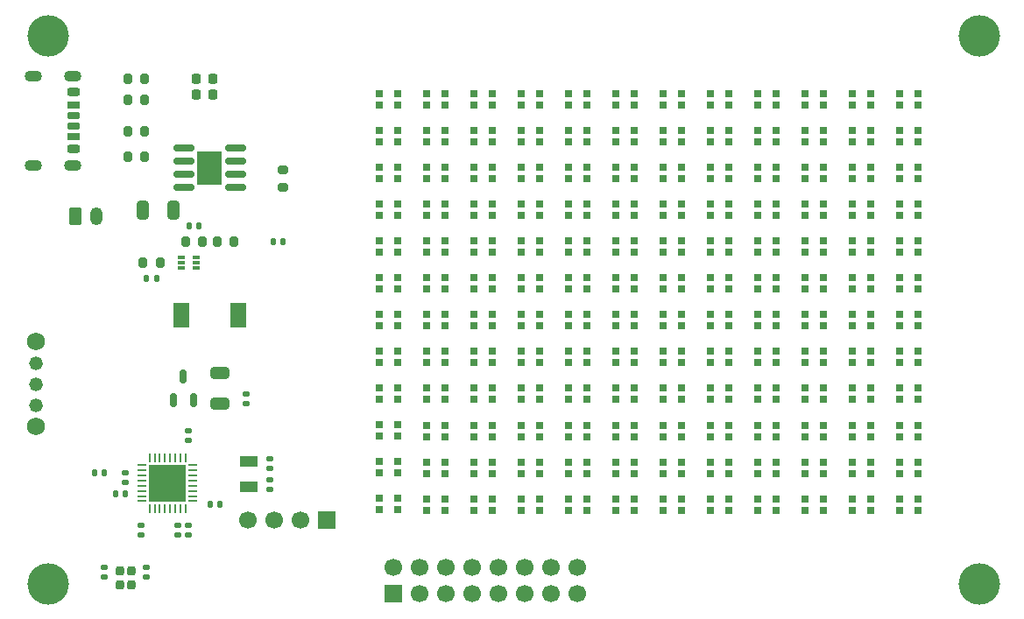
<source format=gbr>
%TF.GenerationSoftware,KiCad,Pcbnew,9.0.4*%
%TF.CreationDate,2026-01-26T21:10:16+09:00*%
%TF.ProjectId,BLE_LED_Dongle,424c455f-4c45-4445-9f44-6f6e676c652e,rev?*%
%TF.SameCoordinates,Original*%
%TF.FileFunction,Soldermask,Top*%
%TF.FilePolarity,Negative*%
%FSLAX46Y46*%
G04 Gerber Fmt 4.6, Leading zero omitted, Abs format (unit mm)*
G04 Created by KiCad (PCBNEW 9.0.4) date 2026-01-26 21:10:16*
%MOMM*%
%LPD*%
G01*
G04 APERTURE LIST*
G04 Aperture macros list*
%AMRoundRect*
0 Rectangle with rounded corners*
0 $1 Rounding radius*
0 $2 $3 $4 $5 $6 $7 $8 $9 X,Y pos of 4 corners*
0 Add a 4 corners polygon primitive as box body*
4,1,4,$2,$3,$4,$5,$6,$7,$8,$9,$2,$3,0*
0 Add four circle primitives for the rounded corners*
1,1,$1+$1,$2,$3*
1,1,$1+$1,$4,$5*
1,1,$1+$1,$6,$7*
1,1,$1+$1,$8,$9*
0 Add four rect primitives between the rounded corners*
20,1,$1+$1,$2,$3,$4,$5,0*
20,1,$1+$1,$4,$5,$6,$7,0*
20,1,$1+$1,$6,$7,$8,$9,0*
20,1,$1+$1,$8,$9,$2,$3,0*%
G04 Aperture macros list end*
%ADD10C,4.000000*%
%ADD11R,0.670001X0.299999*%
%ADD12R,1.700000X1.700000*%
%ADD13C,1.700000*%
%ADD14R,0.700000X0.700000*%
%ADD15RoundRect,0.140000X-0.170000X0.140000X-0.170000X-0.140000X0.170000X-0.140000X0.170000X0.140000X0*%
%ADD16RoundRect,0.147500X-0.147500X-0.172500X0.147500X-0.172500X0.147500X0.172500X-0.147500X0.172500X0*%
%ADD17RoundRect,0.200000X0.200000X0.275000X-0.200000X0.275000X-0.200000X-0.275000X0.200000X-0.275000X0*%
%ADD18RoundRect,0.140000X0.170000X-0.140000X0.170000X0.140000X-0.170000X0.140000X-0.170000X-0.140000X0*%
%ADD19RoundRect,0.140000X0.140000X0.170000X-0.140000X0.170000X-0.140000X-0.170000X0.140000X-0.170000X0*%
%ADD20RoundRect,0.140000X-0.140000X-0.170000X0.140000X-0.170000X0.140000X0.170000X-0.140000X0.170000X0*%
%ADD21R,1.500000X2.400000*%
%ADD22RoundRect,0.200000X-0.200000X-0.275000X0.200000X-0.275000X0.200000X0.275000X-0.200000X0.275000X0*%
%ADD23R,1.800000X1.000000*%
%ADD24RoundRect,0.150000X0.150000X-0.512500X0.150000X0.512500X-0.150000X0.512500X-0.150000X-0.512500X0*%
%ADD25RoundRect,0.250000X-0.350000X-0.625000X0.350000X-0.625000X0.350000X0.625000X-0.350000X0.625000X0*%
%ADD26O,1.200000X1.750000*%
%ADD27RoundRect,0.175000X-0.425000X0.175000X-0.425000X-0.175000X0.425000X-0.175000X0.425000X0.175000X0*%
%ADD28RoundRect,0.190000X0.410000X-0.190000X0.410000X0.190000X-0.410000X0.190000X-0.410000X-0.190000X0*%
%ADD29RoundRect,0.200000X0.400000X-0.200000X0.400000X0.200000X-0.400000X0.200000X-0.400000X-0.200000X0*%
%ADD30RoundRect,0.175000X0.425000X-0.175000X0.425000X0.175000X-0.425000X0.175000X-0.425000X-0.175000X0*%
%ADD31RoundRect,0.190000X-0.410000X0.190000X-0.410000X-0.190000X0.410000X-0.190000X0.410000X0.190000X0*%
%ADD32RoundRect,0.200000X-0.400000X0.200000X-0.400000X-0.200000X0.400000X-0.200000X0.400000X0.200000X0*%
%ADD33O,1.700000X1.100000*%
%ADD34RoundRect,0.218750X-0.218750X-0.256250X0.218750X-0.256250X0.218750X0.256250X-0.218750X0.256250X0*%
%ADD35RoundRect,0.250000X-0.650000X0.325000X-0.650000X-0.325000X0.650000X-0.325000X0.650000X0.325000X0*%
%ADD36RoundRect,0.250000X0.325000X0.650000X-0.325000X0.650000X-0.325000X-0.650000X0.325000X-0.650000X0*%
%ADD37RoundRect,0.200000X-0.275000X0.200000X-0.275000X-0.200000X0.275000X-0.200000X0.275000X0.200000X0*%
%ADD38RoundRect,0.200000X-0.200000X0.250000X-0.200000X-0.250000X0.200000X-0.250000X0.200000X0.250000X0*%
%ADD39RoundRect,0.062500X0.337500X0.062500X-0.337500X0.062500X-0.337500X-0.062500X0.337500X-0.062500X0*%
%ADD40RoundRect,0.062500X0.062500X0.337500X-0.062500X0.337500X-0.062500X-0.337500X0.062500X-0.337500X0*%
%ADD41R,3.600000X3.600000*%
%ADD42RoundRect,0.150000X0.825000X0.150000X-0.825000X0.150000X-0.825000X-0.150000X0.825000X-0.150000X0*%
%ADD43R,2.410000X3.300000*%
%ADD44C,1.320800*%
%ADD45C,1.752600*%
G04 APERTURE END LIST*
D10*
%TO.C,REF\u002A\u002A*%
X186000000Y-76000000D03*
%TD*%
%TO.C,REF\u002A\u002A*%
X186000000Y-23000000D03*
%TD*%
%TO.C,REF\u002A\u002A*%
X96000000Y-76000000D03*
%TD*%
%TO.C,REF\u002A\u002A*%
X96000000Y-23000000D03*
%TD*%
D11*
%TO.C,U2*%
X108839188Y-44446798D03*
X108839188Y-44946797D03*
X108839188Y-45446799D03*
X110319190Y-45446799D03*
X110319190Y-44946797D03*
X110319190Y-44446798D03*
%TD*%
D12*
%TO.C,J2*%
X129391189Y-76950800D03*
D13*
X129391189Y-74410800D03*
X131931189Y-76950800D03*
X131931189Y-74410800D03*
X134471189Y-76950800D03*
X134471189Y-74410800D03*
X137011189Y-76950800D03*
X137011189Y-74410800D03*
X139551189Y-76950800D03*
X139551189Y-74410800D03*
X142091189Y-76950800D03*
X142091189Y-74410800D03*
X144631189Y-76950800D03*
X144631189Y-74410800D03*
X147171189Y-76950800D03*
X147171189Y-74410800D03*
%TD*%
D14*
%TO.C,D36*%
X138942189Y-68892800D03*
X138942189Y-67792800D03*
X137112189Y-67792800D03*
X137112189Y-68892800D03*
%TD*%
%TO.C,D11*%
X129798189Y-65302800D03*
X129798189Y-64202800D03*
X127968189Y-64202800D03*
X127968189Y-65302800D03*
%TD*%
%TO.C,D107*%
X166374189Y-65342800D03*
X166374189Y-64242800D03*
X164544189Y-64242800D03*
X164544189Y-65342800D03*
%TD*%
%TO.C,D120*%
X170946189Y-68892800D03*
X170946189Y-67792800D03*
X169116189Y-67792800D03*
X169116189Y-68892800D03*
%TD*%
%TO.C,D70*%
X152658189Y-61792800D03*
X152658189Y-60692800D03*
X150828189Y-60692800D03*
X150828189Y-61792800D03*
%TD*%
%TO.C,D119*%
X170946189Y-65342800D03*
X170946189Y-64242800D03*
X169116189Y-64242800D03*
X169116189Y-65342800D03*
%TD*%
%TO.C,D84*%
X157230189Y-68892800D03*
X157230189Y-67792800D03*
X155400189Y-67792800D03*
X155400189Y-68892800D03*
%TD*%
%TO.C,D142*%
X180090189Y-61792800D03*
X180090189Y-60692800D03*
X178260189Y-60692800D03*
X178260189Y-61792800D03*
%TD*%
%TO.C,D58*%
X148086189Y-61792800D03*
X148086189Y-60692800D03*
X146256189Y-60692800D03*
X146256189Y-61792800D03*
%TD*%
%TO.C,D46*%
X143514189Y-61798800D03*
X143514189Y-60698800D03*
X141684189Y-60698800D03*
X141684189Y-61798800D03*
%TD*%
%TO.C,D72*%
X152658189Y-68892800D03*
X152658189Y-67792800D03*
X150828189Y-67792800D03*
X150828189Y-68892800D03*
%TD*%
%TO.C,D82*%
X157230189Y-61792800D03*
X157230189Y-60692800D03*
X155400189Y-60692800D03*
X155400189Y-61792800D03*
%TD*%
%TO.C,D130*%
X175518189Y-61792800D03*
X175518189Y-60692800D03*
X173688189Y-60692800D03*
X173688189Y-61792800D03*
%TD*%
%TO.C,D10*%
X129798189Y-61752800D03*
X129798189Y-60652800D03*
X127968189Y-60652800D03*
X127968189Y-61752800D03*
%TD*%
%TO.C,D95*%
X161802189Y-65342800D03*
X161802189Y-64242800D03*
X159972189Y-64242800D03*
X159972189Y-65342800D03*
%TD*%
%TO.C,D132*%
X175518189Y-68892800D03*
X175518189Y-67792800D03*
X173688189Y-67792800D03*
X173688189Y-68892800D03*
%TD*%
%TO.C,D71*%
X152658189Y-65342800D03*
X152658189Y-64242800D03*
X150828189Y-64242800D03*
X150828189Y-65342800D03*
%TD*%
%TO.C,D108*%
X166374189Y-68892800D03*
X166374189Y-67792800D03*
X164544189Y-67792800D03*
X164544189Y-68892800D03*
%TD*%
%TO.C,D23*%
X134370189Y-65342800D03*
X134370189Y-64242800D03*
X132540189Y-64242800D03*
X132540189Y-65342800D03*
%TD*%
%TO.C,D22*%
X134370189Y-61792800D03*
X134370189Y-60692800D03*
X132540189Y-60692800D03*
X132540189Y-61792800D03*
%TD*%
%TO.C,D35*%
X138942189Y-65342800D03*
X138942189Y-64242800D03*
X137112189Y-64242800D03*
X137112189Y-65342800D03*
%TD*%
%TO.C,D118*%
X170946189Y-61792800D03*
X170946189Y-60692800D03*
X169116189Y-60692800D03*
X169116189Y-61792800D03*
%TD*%
%TO.C,D9*%
X127968189Y-58156800D03*
X127968189Y-57056800D03*
X129798189Y-57056800D03*
X129798189Y-58156800D03*
%TD*%
%TO.C,D12*%
X129798189Y-68852800D03*
X129798189Y-67752800D03*
X127968189Y-67752800D03*
X127968189Y-68852800D03*
%TD*%
%TO.C,D48*%
X143514189Y-68898800D03*
X143514189Y-67798800D03*
X141684189Y-67798800D03*
X141684189Y-68898800D03*
%TD*%
%TO.C,D34*%
X138942189Y-61792800D03*
X138942189Y-60692800D03*
X137112189Y-60692800D03*
X137112189Y-61792800D03*
%TD*%
%TO.C,D83*%
X157230189Y-65342800D03*
X157230189Y-64242800D03*
X155400189Y-64242800D03*
X155400189Y-65342800D03*
%TD*%
%TO.C,D94*%
X161802189Y-61792800D03*
X161802189Y-60692800D03*
X159972189Y-60692800D03*
X159972189Y-61792800D03*
%TD*%
%TO.C,D96*%
X161802189Y-68892800D03*
X161802189Y-67792800D03*
X159972189Y-67792800D03*
X159972189Y-68892800D03*
%TD*%
%TO.C,D60*%
X148086189Y-68892800D03*
X148086189Y-67792800D03*
X146256189Y-67792800D03*
X146256189Y-68892800D03*
%TD*%
%TO.C,D47*%
X143514189Y-65348800D03*
X143514189Y-64248800D03*
X141684189Y-64248800D03*
X141684189Y-65348800D03*
%TD*%
%TO.C,D131*%
X175518189Y-65342800D03*
X175518189Y-64242800D03*
X173688189Y-64242800D03*
X173688189Y-65342800D03*
%TD*%
%TO.C,D59*%
X148086189Y-65342800D03*
X148086189Y-64242800D03*
X146256189Y-64242800D03*
X146256189Y-65342800D03*
%TD*%
%TO.C,D106*%
X166374189Y-61792800D03*
X166374189Y-60692800D03*
X164544189Y-60692800D03*
X164544189Y-61792800D03*
%TD*%
%TO.C,D24*%
X134370189Y-68892800D03*
X134370189Y-67792800D03*
X132540189Y-67792800D03*
X132540189Y-68892800D03*
%TD*%
%TO.C,D143*%
X180090189Y-65342800D03*
X180090189Y-64242800D03*
X178260189Y-64242800D03*
X178260189Y-65342800D03*
%TD*%
%TO.C,D144*%
X180090189Y-68892800D03*
X180090189Y-67792800D03*
X178260189Y-67792800D03*
X178260189Y-68892800D03*
%TD*%
%TO.C,D8*%
X129798189Y-54606800D03*
X129798189Y-53506800D03*
X127968189Y-53506800D03*
X127968189Y-54606800D03*
%TD*%
D15*
%TO.C,C3*%
X117453189Y-63897800D03*
X117453189Y-64857800D03*
%TD*%
D14*
%TO.C,D114*%
X170946189Y-47528800D03*
X170946189Y-46428800D03*
X169116189Y-46428800D03*
X169116189Y-47528800D03*
%TD*%
%TO.C,D42*%
X143514189Y-47528800D03*
X143514189Y-46428800D03*
X141684189Y-46428800D03*
X141684189Y-47528800D03*
%TD*%
%TO.C,D133*%
X180090189Y-29760800D03*
X180090189Y-28660800D03*
X178260189Y-28660800D03*
X178260189Y-29760800D03*
%TD*%
%TO.C,D54*%
X148086189Y-47528800D03*
X148086189Y-46428800D03*
X146256189Y-46428800D03*
X146256189Y-47528800D03*
%TD*%
D15*
%TO.C,C9*%
X105007189Y-70374800D03*
X105007189Y-71334800D03*
%TD*%
D14*
%TO.C,D40*%
X143514189Y-40428800D03*
X143514189Y-39328800D03*
X141684189Y-39328800D03*
X141684189Y-40428800D03*
%TD*%
%TO.C,D43*%
X143514189Y-51102800D03*
X143514189Y-50002800D03*
X141684189Y-50002800D03*
X141684189Y-51102800D03*
%TD*%
%TO.C,D113*%
X170946189Y-43978800D03*
X170946189Y-42878800D03*
X169116189Y-42878800D03*
X169116189Y-43978800D03*
%TD*%
%TO.C,D5*%
X129798189Y-43938800D03*
X129798189Y-42838800D03*
X127968189Y-42838800D03*
X127968189Y-43938800D03*
%TD*%
%TO.C,D69*%
X152658189Y-58196800D03*
X152658189Y-57096800D03*
X150828189Y-57096800D03*
X150828189Y-58196800D03*
%TD*%
%TO.C,D31*%
X138942189Y-51096800D03*
X138942189Y-49996800D03*
X137112189Y-49996800D03*
X137112189Y-51096800D03*
%TD*%
%TO.C,D112*%
X170946189Y-40428800D03*
X170946189Y-39328800D03*
X169116189Y-39328800D03*
X169116189Y-40428800D03*
%TD*%
%TO.C,D39*%
X143514189Y-36860800D03*
X143514189Y-35760800D03*
X141684189Y-35760800D03*
X141684189Y-36860800D03*
%TD*%
%TO.C,D135*%
X180090189Y-36860800D03*
X180090189Y-35760800D03*
X178260189Y-35760800D03*
X178260189Y-36860800D03*
%TD*%
%TO.C,D18*%
X134370189Y-47528800D03*
X134370189Y-46428800D03*
X132540189Y-46428800D03*
X132540189Y-47528800D03*
%TD*%
%TO.C,D15*%
X134370189Y-36860800D03*
X134370189Y-35760800D03*
X132540189Y-35760800D03*
X132540189Y-36860800D03*
%TD*%
%TO.C,D14*%
X134370189Y-33310800D03*
X134370189Y-32210800D03*
X132540189Y-32210800D03*
X132540189Y-33310800D03*
%TD*%
D15*
%TO.C,C2*%
X105515189Y-74438800D03*
X105515189Y-75398800D03*
%TD*%
D14*
%TO.C,D98*%
X166374189Y-33310800D03*
X166374189Y-32210800D03*
X164544189Y-32210800D03*
X164544189Y-33310800D03*
%TD*%
%TO.C,D103*%
X166374189Y-51096800D03*
X166374189Y-49996800D03*
X164544189Y-49996800D03*
X164544189Y-51096800D03*
%TD*%
%TO.C,D115*%
X170946189Y-51096800D03*
X170946189Y-49996800D03*
X169116189Y-49996800D03*
X169116189Y-51096800D03*
%TD*%
D16*
%TO.C,L1*%
X100458189Y-65266800D03*
X101428189Y-65266800D03*
%TD*%
D14*
%TO.C,D26*%
X138942189Y-33310800D03*
X138942189Y-32210800D03*
X137112189Y-32210800D03*
X137112189Y-33310800D03*
%TD*%
D15*
%TO.C,C11*%
X103483189Y-65294800D03*
X103483189Y-66254800D03*
%TD*%
D14*
%TO.C,D77*%
X157230189Y-43978800D03*
X157230189Y-42878800D03*
X155400189Y-42878800D03*
X155400189Y-43978800D03*
%TD*%
%TO.C,D124*%
X175518189Y-40428800D03*
X175518189Y-39328800D03*
X173688189Y-39328800D03*
X173688189Y-40428800D03*
%TD*%
%TO.C,D66*%
X152658189Y-47528800D03*
X152658189Y-46428800D03*
X150828189Y-46428800D03*
X150828189Y-47528800D03*
%TD*%
D17*
%TO.C,R5*%
X106820189Y-44946800D03*
X105170189Y-44946800D03*
%TD*%
D14*
%TO.C,D99*%
X166374189Y-36860800D03*
X166374189Y-35760800D03*
X164544189Y-35760800D03*
X164544189Y-36860800D03*
%TD*%
%TO.C,D44*%
X143514189Y-54652800D03*
X143514189Y-53552800D03*
X141684189Y-53552800D03*
X141684189Y-54652800D03*
%TD*%
%TO.C,D61*%
X152658189Y-29760800D03*
X152658189Y-28660800D03*
X150828189Y-28660800D03*
X150828189Y-29760800D03*
%TD*%
D15*
%TO.C,C15*%
X115167189Y-57674800D03*
X115167189Y-58634800D03*
%TD*%
D18*
%TO.C,C8*%
X109579189Y-62190800D03*
X109579189Y-61230800D03*
%TD*%
D19*
%TO.C,C6*%
X103455189Y-67298800D03*
X102495189Y-67298800D03*
%TD*%
D14*
%TO.C,D37*%
X143514189Y-29760800D03*
X143514189Y-28660800D03*
X141684189Y-28660800D03*
X141684189Y-29760800D03*
%TD*%
D20*
%TO.C,C14*%
X117735189Y-42914800D03*
X118695189Y-42914800D03*
%TD*%
D14*
%TO.C,D125*%
X175518189Y-43978800D03*
X175518189Y-42878800D03*
X173688189Y-42878800D03*
X173688189Y-43978800D03*
%TD*%
%TO.C,D57*%
X148086189Y-58196800D03*
X148086189Y-57096800D03*
X146256189Y-57096800D03*
X146256189Y-58196800D03*
%TD*%
D21*
%TO.C,L2*%
X108861189Y-50026800D03*
X114361189Y-50026800D03*
%TD*%
D22*
%TO.C,R7*%
X103674189Y-27166800D03*
X105324189Y-27166800D03*
%TD*%
D15*
%TO.C,C10*%
X109579189Y-70374800D03*
X109579189Y-71334800D03*
%TD*%
D14*
%TO.C,D85*%
X161802189Y-29760800D03*
X161802189Y-28660800D03*
X159972189Y-28660800D03*
X159972189Y-29760800D03*
%TD*%
%TO.C,D91*%
X161802189Y-51096800D03*
X161802189Y-49996800D03*
X159972189Y-49996800D03*
X159972189Y-51096800D03*
%TD*%
%TO.C,D134*%
X180090189Y-33310800D03*
X180090189Y-32210800D03*
X178260189Y-32210800D03*
X178260189Y-33310800D03*
%TD*%
%TO.C,D3*%
X129798189Y-36820800D03*
X129798189Y-35720800D03*
X127968189Y-35720800D03*
X127968189Y-36820800D03*
%TD*%
D23*
%TO.C,Y1*%
X115421189Y-64143800D03*
X115421189Y-66643800D03*
%TD*%
D14*
%TO.C,D50*%
X148086189Y-33310800D03*
X148086189Y-32210800D03*
X146256189Y-32210800D03*
X146256189Y-33310800D03*
%TD*%
%TO.C,D6*%
X129798189Y-47488800D03*
X129798189Y-46388800D03*
X127968189Y-46388800D03*
X127968189Y-47488800D03*
%TD*%
%TO.C,D76*%
X157230189Y-40428800D03*
X157230189Y-39328800D03*
X155400189Y-39328800D03*
X155400189Y-40428800D03*
%TD*%
%TO.C,D74*%
X157230189Y-33310800D03*
X157230189Y-32210800D03*
X155400189Y-32210800D03*
X155400189Y-33310800D03*
%TD*%
D24*
%TO.C,U4*%
X108121189Y-58276300D03*
X110021189Y-58276300D03*
X109071189Y-56001300D03*
%TD*%
D14*
%TO.C,D1*%
X129798189Y-29720800D03*
X129798189Y-28620800D03*
X127968189Y-28620800D03*
X127968189Y-29720800D03*
%TD*%
%TO.C,D89*%
X161802189Y-43978800D03*
X161802189Y-42878800D03*
X159972189Y-42878800D03*
X159972189Y-43978800D03*
%TD*%
%TO.C,D109*%
X170946189Y-29760800D03*
X170946189Y-28660800D03*
X169116189Y-28660800D03*
X169116189Y-29760800D03*
%TD*%
D25*
%TO.C,BT1*%
X98657189Y-40501800D03*
D26*
X100657189Y-40501800D03*
%TD*%
D14*
%TO.C,D78*%
X157230189Y-47528800D03*
X157230189Y-46428800D03*
X155400189Y-46428800D03*
X155400189Y-47528800D03*
%TD*%
D27*
%TO.C,J3*%
X98435189Y-30730800D03*
D28*
X98435189Y-32750800D03*
D29*
X98435189Y-33980800D03*
D30*
X98435189Y-31730800D03*
D31*
X98435189Y-29710800D03*
D32*
X98435189Y-28480800D03*
D33*
X98355189Y-26910800D03*
X94555189Y-26910800D03*
X98355189Y-35550800D03*
X94555189Y-35550800D03*
%TD*%
D14*
%TO.C,D16*%
X134370189Y-40428800D03*
X134370189Y-39328800D03*
X132540189Y-39328800D03*
X132540189Y-40428800D03*
%TD*%
D17*
%TO.C,R3*%
X105324189Y-32246800D03*
X103674189Y-32246800D03*
%TD*%
D14*
%TO.C,D136*%
X180090189Y-40428800D03*
X180090189Y-39328800D03*
X178260189Y-39328800D03*
X178260189Y-40428800D03*
%TD*%
%TO.C,D92*%
X161802189Y-54646800D03*
X161802189Y-53546800D03*
X159972189Y-53546800D03*
X159972189Y-54646800D03*
%TD*%
%TO.C,D80*%
X157230189Y-54652800D03*
X157230189Y-53552800D03*
X155400189Y-53552800D03*
X155400189Y-54652800D03*
%TD*%
%TO.C,D105*%
X166374189Y-58196800D03*
X166374189Y-57096800D03*
X164544189Y-57096800D03*
X164544189Y-58196800D03*
%TD*%
%TO.C,D88*%
X161802189Y-40428800D03*
X161802189Y-39328800D03*
X159972189Y-39328800D03*
X159972189Y-40428800D03*
%TD*%
D20*
%TO.C,C5*%
X111639189Y-68314800D03*
X112599189Y-68314800D03*
%TD*%
D15*
%TO.C,C7*%
X108563189Y-70374800D03*
X108563189Y-71334800D03*
%TD*%
D17*
%TO.C,R1*%
X110912189Y-42914800D03*
X109262189Y-42914800D03*
%TD*%
D14*
%TO.C,D127*%
X175518189Y-51096800D03*
X175518189Y-49996800D03*
X173688189Y-49996800D03*
X173688189Y-51096800D03*
%TD*%
%TO.C,D111*%
X170946189Y-36860800D03*
X170946189Y-35760800D03*
X169116189Y-35760800D03*
X169116189Y-36860800D03*
%TD*%
%TO.C,D75*%
X157230189Y-36860800D03*
X157230189Y-35760800D03*
X155400189Y-35760800D03*
X155400189Y-36860800D03*
%TD*%
%TO.C,D123*%
X175518189Y-36860800D03*
X175518189Y-35760800D03*
X173688189Y-35760800D03*
X173688189Y-36860800D03*
%TD*%
D20*
%TO.C,C12*%
X105515189Y-46470800D03*
X106475189Y-46470800D03*
%TD*%
D14*
%TO.C,D4*%
X129798189Y-40388800D03*
X129798189Y-39288800D03*
X127968189Y-39288800D03*
X127968189Y-40388800D03*
%TD*%
%TO.C,D141*%
X180090189Y-58196800D03*
X180090189Y-57096800D03*
X178260189Y-57096800D03*
X178260189Y-58196800D03*
%TD*%
%TO.C,D33*%
X138942189Y-58196800D03*
X138942189Y-57096800D03*
X137112189Y-57096800D03*
X137112189Y-58196800D03*
%TD*%
D17*
%TO.C,R4*%
X113960189Y-42914800D03*
X112310189Y-42914800D03*
%TD*%
D14*
%TO.C,D19*%
X134370189Y-51056800D03*
X134370189Y-49956800D03*
X132540189Y-49956800D03*
X132540189Y-51056800D03*
%TD*%
%TO.C,D126*%
X175518189Y-47528800D03*
X175518189Y-46428800D03*
X173688189Y-46428800D03*
X173688189Y-47528800D03*
%TD*%
D34*
%TO.C,D146*%
X110315689Y-27166800D03*
X111890689Y-27166800D03*
%TD*%
D14*
%TO.C,D138*%
X180090189Y-47528800D03*
X180090189Y-46428800D03*
X178260189Y-46428800D03*
X178260189Y-47528800D03*
%TD*%
%TO.C,D62*%
X152658189Y-33310800D03*
X152658189Y-32210800D03*
X150828189Y-32210800D03*
X150828189Y-33310800D03*
%TD*%
%TO.C,D137*%
X180090189Y-43978800D03*
X180090189Y-42878800D03*
X178260189Y-42878800D03*
X178260189Y-43978800D03*
%TD*%
%TO.C,D2*%
X129798189Y-33270800D03*
X129798189Y-32170800D03*
X127968189Y-32170800D03*
X127968189Y-33270800D03*
%TD*%
%TO.C,D29*%
X138942189Y-43978800D03*
X138942189Y-42878800D03*
X137112189Y-42878800D03*
X137112189Y-43978800D03*
%TD*%
%TO.C,D13*%
X134370189Y-29760800D03*
X134370189Y-28660800D03*
X132540189Y-28660800D03*
X132540189Y-29760800D03*
%TD*%
%TO.C,D100*%
X166374189Y-40428800D03*
X166374189Y-39328800D03*
X164544189Y-39328800D03*
X164544189Y-40428800D03*
%TD*%
%TO.C,D41*%
X143514189Y-43978800D03*
X143514189Y-42878800D03*
X141684189Y-42878800D03*
X141684189Y-43978800D03*
%TD*%
%TO.C,D87*%
X161802189Y-36860800D03*
X161802189Y-35760800D03*
X159972189Y-35760800D03*
X159972189Y-36860800D03*
%TD*%
%TO.C,D67*%
X152658189Y-51096800D03*
X152658189Y-49996800D03*
X150828189Y-49996800D03*
X150828189Y-51096800D03*
%TD*%
%TO.C,D17*%
X134370189Y-43978800D03*
X134370189Y-42878800D03*
X132540189Y-42878800D03*
X132540189Y-43978800D03*
%TD*%
%TO.C,D97*%
X166374189Y-29760800D03*
X166374189Y-28660800D03*
X164544189Y-28660800D03*
X164544189Y-29760800D03*
%TD*%
D35*
%TO.C,C16*%
X112627189Y-55663800D03*
X112627189Y-58613800D03*
%TD*%
D34*
%TO.C,D145*%
X110315689Y-28690800D03*
X111890689Y-28690800D03*
%TD*%
D18*
%TO.C,C4*%
X117453189Y-66889800D03*
X117453189Y-65929800D03*
%TD*%
D14*
%TO.C,D140*%
X180090189Y-54646800D03*
X180090189Y-53546800D03*
X178260189Y-53546800D03*
X178260189Y-54646800D03*
%TD*%
D19*
%TO.C,C13*%
X110567189Y-41390800D03*
X109607189Y-41390800D03*
%TD*%
D14*
%TO.C,D7*%
X129798189Y-51056800D03*
X129798189Y-49956800D03*
X127968189Y-49956800D03*
X127968189Y-51056800D03*
%TD*%
D36*
%TO.C,C17*%
X108084189Y-39866800D03*
X105134189Y-39866800D03*
%TD*%
D37*
%TO.C,R10*%
X118723189Y-35993800D03*
X118723189Y-37643800D03*
%TD*%
D14*
%TO.C,D45*%
X143514189Y-58202800D03*
X143514189Y-57102800D03*
X141684189Y-57102800D03*
X141684189Y-58202800D03*
%TD*%
%TO.C,D117*%
X170946189Y-58196800D03*
X170946189Y-57096800D03*
X169116189Y-57096800D03*
X169116189Y-58196800D03*
%TD*%
%TO.C,D79*%
X157230189Y-51102800D03*
X157230189Y-50002800D03*
X155400189Y-50002800D03*
X155400189Y-51102800D03*
%TD*%
%TO.C,D21*%
X134370189Y-58156800D03*
X134370189Y-57056800D03*
X132540189Y-57056800D03*
X132540189Y-58156800D03*
%TD*%
%TO.C,D122*%
X175518189Y-33310800D03*
X175518189Y-32210800D03*
X173688189Y-32210800D03*
X173688189Y-33310800D03*
%TD*%
%TO.C,D68*%
X152658189Y-54646800D03*
X152658189Y-53546800D03*
X150828189Y-53546800D03*
X150828189Y-54646800D03*
%TD*%
%TO.C,D90*%
X161802189Y-47528800D03*
X161802189Y-46428800D03*
X159972189Y-46428800D03*
X159972189Y-47528800D03*
%TD*%
D15*
%TO.C,C1*%
X101451189Y-74438800D03*
X101451189Y-75398800D03*
%TD*%
D14*
%TO.C,D101*%
X166374189Y-43978800D03*
X166374189Y-42878800D03*
X164544189Y-42878800D03*
X164544189Y-43978800D03*
%TD*%
%TO.C,D53*%
X148086189Y-43978800D03*
X148086189Y-42878800D03*
X146256189Y-42878800D03*
X146256189Y-43978800D03*
%TD*%
%TO.C,D20*%
X134370189Y-54606800D03*
X134370189Y-53506800D03*
X132540189Y-53506800D03*
X132540189Y-54606800D03*
%TD*%
%TO.C,D73*%
X157230189Y-29760800D03*
X157230189Y-28660800D03*
X155400189Y-28660800D03*
X155400189Y-29760800D03*
%TD*%
%TO.C,D128*%
X175518189Y-54646800D03*
X175518189Y-53546800D03*
X173688189Y-53546800D03*
X173688189Y-54646800D03*
%TD*%
%TO.C,D81*%
X157230189Y-58202800D03*
X157230189Y-57102800D03*
X155400189Y-57102800D03*
X155400189Y-58202800D03*
%TD*%
%TO.C,D110*%
X170946189Y-33310800D03*
X170946189Y-32210800D03*
X169116189Y-32210800D03*
X169116189Y-33310800D03*
%TD*%
%TO.C,D30*%
X138942189Y-47528800D03*
X138942189Y-46428800D03*
X137112189Y-46428800D03*
X137112189Y-47528800D03*
%TD*%
%TO.C,D93*%
X161802189Y-58196800D03*
X161802189Y-57096800D03*
X159972189Y-57096800D03*
X159972189Y-58196800D03*
%TD*%
%TO.C,D64*%
X152658189Y-40428800D03*
X152658189Y-39328800D03*
X150828189Y-39328800D03*
X150828189Y-40428800D03*
%TD*%
%TO.C,D86*%
X161802189Y-33310800D03*
X161802189Y-32210800D03*
X159972189Y-32210800D03*
X159972189Y-33310800D03*
%TD*%
D22*
%TO.C,R6*%
X103674189Y-29198800D03*
X105324189Y-29198800D03*
%TD*%
D14*
%TO.C,D63*%
X152658189Y-36860800D03*
X152658189Y-35760800D03*
X150828189Y-35760800D03*
X150828189Y-36860800D03*
%TD*%
%TO.C,D129*%
X175518189Y-58196800D03*
X175518189Y-57096800D03*
X173688189Y-57096800D03*
X173688189Y-58196800D03*
%TD*%
%TO.C,D32*%
X138942189Y-54646800D03*
X138942189Y-53546800D03*
X137112189Y-53546800D03*
X137112189Y-54646800D03*
%TD*%
D17*
%TO.C,R2*%
X105324189Y-34756800D03*
X103674189Y-34756800D03*
%TD*%
D14*
%TO.C,D116*%
X170946189Y-54646800D03*
X170946189Y-53546800D03*
X169116189Y-53546800D03*
X169116189Y-54646800D03*
%TD*%
%TO.C,D28*%
X138942189Y-40428800D03*
X138942189Y-39328800D03*
X137112189Y-39328800D03*
X137112189Y-40428800D03*
%TD*%
%TO.C,D56*%
X148086189Y-54646800D03*
X148086189Y-53546800D03*
X146256189Y-53546800D03*
X146256189Y-54646800D03*
%TD*%
%TO.C,D52*%
X148086189Y-40428800D03*
X148086189Y-39328800D03*
X146256189Y-39328800D03*
X146256189Y-40428800D03*
%TD*%
%TO.C,D25*%
X138942189Y-29760800D03*
X138942189Y-28660800D03*
X137112189Y-28660800D03*
X137112189Y-29760800D03*
%TD*%
%TO.C,D49*%
X148086189Y-29760800D03*
X148086189Y-28660800D03*
X146256189Y-28660800D03*
X146256189Y-29760800D03*
%TD*%
%TO.C,D139*%
X180090189Y-51096800D03*
X180090189Y-49996800D03*
X178260189Y-49996800D03*
X178260189Y-51096800D03*
%TD*%
%TO.C,D102*%
X166374189Y-47528800D03*
X166374189Y-46428800D03*
X164544189Y-46428800D03*
X164544189Y-47528800D03*
%TD*%
%TO.C,D55*%
X148086189Y-51096800D03*
X148086189Y-49996800D03*
X146256189Y-49996800D03*
X146256189Y-51096800D03*
%TD*%
%TO.C,D27*%
X138942189Y-36860800D03*
X138942189Y-35760800D03*
X137112189Y-35760800D03*
X137112189Y-36860800D03*
%TD*%
%TO.C,D38*%
X143514189Y-33310800D03*
X143514189Y-32210800D03*
X141684189Y-32210800D03*
X141684189Y-33310800D03*
%TD*%
D38*
%TO.C,Y2*%
X102933189Y-74726800D03*
X102933189Y-76126800D03*
X104033189Y-76126800D03*
X104033189Y-74726800D03*
%TD*%
D14*
%TO.C,D104*%
X166374189Y-54646800D03*
X166374189Y-53546800D03*
X164544189Y-53546800D03*
X164544189Y-54646800D03*
%TD*%
D39*
%TO.C,U1*%
X109997189Y-68032800D03*
X109997189Y-67532800D03*
X109997189Y-67032800D03*
X109997189Y-66532800D03*
X109997189Y-66032800D03*
X109997189Y-65532800D03*
X109997189Y-65032800D03*
X109997189Y-64532800D03*
D40*
X109297189Y-63832800D03*
X108797189Y-63832800D03*
X108297189Y-63832800D03*
X107797189Y-63832800D03*
X107297189Y-63832800D03*
X106797189Y-63832800D03*
X106297189Y-63832800D03*
X105797189Y-63832800D03*
D39*
X105097189Y-64532800D03*
X105097189Y-65032800D03*
X105097189Y-65532800D03*
X105097189Y-66032800D03*
X105097189Y-66532800D03*
X105097189Y-67032800D03*
X105097189Y-67532800D03*
X105097189Y-68032800D03*
D40*
X105797189Y-68732800D03*
X106297189Y-68732800D03*
X106797189Y-68732800D03*
X107297189Y-68732800D03*
X107797189Y-68732800D03*
X108297189Y-68732800D03*
X108797189Y-68732800D03*
X109297189Y-68732800D03*
D41*
X107547189Y-66282800D03*
%TD*%
D14*
%TO.C,D51*%
X148086189Y-36860800D03*
X148086189Y-35760800D03*
X146256189Y-35760800D03*
X146256189Y-36860800D03*
%TD*%
%TO.C,D65*%
X152658189Y-43978800D03*
X152658189Y-42878800D03*
X150828189Y-42878800D03*
X150828189Y-43978800D03*
%TD*%
%TO.C,D121*%
X175518189Y-29760800D03*
X175518189Y-28660800D03*
X173688189Y-28660800D03*
X173688189Y-29760800D03*
%TD*%
D42*
%TO.C,U3*%
X114086189Y-37707800D03*
X114086189Y-36437800D03*
X114086189Y-35167800D03*
X114086189Y-33897800D03*
X109136189Y-33897800D03*
X109136189Y-35167800D03*
X109136189Y-36437800D03*
X109136189Y-37707800D03*
D43*
X111611189Y-35802800D03*
%TD*%
D12*
%TO.C,J1*%
X122914189Y-69838800D03*
D13*
X120374189Y-69838800D03*
X117834189Y-69838800D03*
X115294189Y-69838800D03*
%TD*%
D44*
%TO.C,SW1*%
X94847189Y-54725800D03*
X94847189Y-56725801D03*
X94847189Y-58725802D03*
D45*
X94847189Y-52625802D03*
X94847189Y-60825800D03*
%TD*%
M02*

</source>
